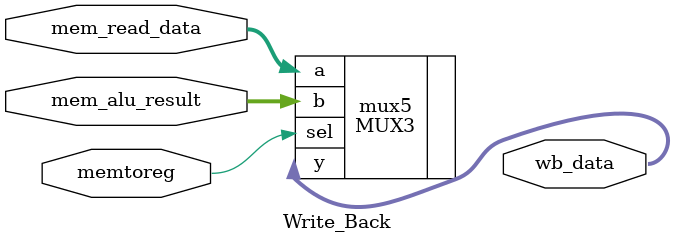
<source format=v>
`timescale 1ns / 1ps

module Write_Back(
    output wire [31:0] wb_data,                         //select
    input wire [31:0] mem_alu_result, mem_read_data,    //b(0) -> 1 on diagram, a(1) -> 0
    input wire memtoreg
    );

    MUX3 mux5 (.y(wb_data),
               .a(mem_read_data),        //a -> 1; so set it to opposite
               .b(mem_alu_result),       //b -> 0
               .sel(memtoreg));
               
    
endmodule

</source>
